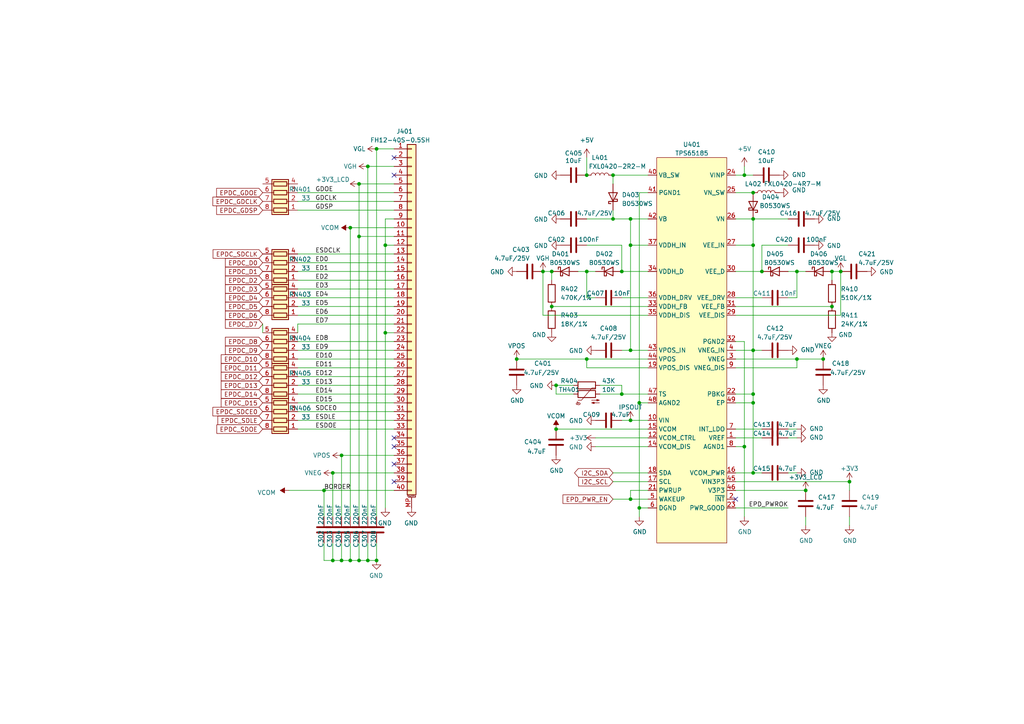
<source format=kicad_sch>
(kicad_sch (version 20211123) (generator eeschema)
  (paper "A4")
  (title_block (title "Caster EPDC") (date "2022-07-03") (rev "R0.4") (company "Copyright 2022 Modos / Engineer: Wenting Zhang"))
  (lib_symbols
    (symbol "Connector_Generic_MountingPin:Conn_01x40_MountingPin" (pin_names (offset 1.016) hide)
      (property "Reference" "J" (at 0 50.8 0))
      (property "Value" "Conn_01x40_MountingPin" (at 1.27 -53.34 0))
      (symbol "Conn_01x40_MountingPin_1_1"
        (text "Mounting" (at 0 -52.451 0) (effects (font (size 0.381 0.381))))
        (pin passive line (at -5.08 48.26 0) (length 3.81) (name "Pin_1") (number "1"))
        (pin passive line (at -5.08 25.4 0) (length 3.81) (name "Pin_10") (number "10"))
        (pin passive line (at -5.08 22.86 0) (length 3.81) (name "Pin_11") (number "11"))
        (pin passive line (at -5.08 20.32 0) (length 3.81) (name "Pin_12") (number "12"))
        (pin passive line (at -5.08 17.78 0) (length 3.81) (name "Pin_13") (number "13"))
        (pin passive line (at -5.08 15.24 0) (length 3.81) (name "Pin_14") (number "14"))
        (pin passive line (at -5.08 12.7 0) (length 3.81) (name "Pin_15") (number "15"))
        (pin passive line (at -5.08 10.16 0) (length 3.81) (name "Pin_16") (number "16"))
        (pin passive line (at -5.08 7.62 0) (length 3.81) (name "Pin_17") (number "17"))
        (pin passive line (at -5.08 5.08 0) (length 3.81) (name "Pin_18") (number "18"))
        (pin passive line (at -5.08 2.54 0) (length 3.81) (name "Pin_19") (number "19"))
        (pin passive line (at -5.08 45.72 0) (length 3.81) (name "Pin_2") (number "2"))
        (pin passive line (at -5.08 0 0) (length 3.81) (name "Pin_20") (number "20"))
        (pin passive line (at -5.08 -2.54 0) (length 3.81) (name "Pin_21") (number "21"))
        (pin passive line (at -5.08 -5.08 0) (length 3.81) (name "Pin_22") (number "22"))
        (pin passive line (at -5.08 -7.62 0) (length 3.81) (name "Pin_23") (number "23"))
        (pin passive line (at -5.08 -10.16 0) (length 3.81) (name "Pin_24") (number "24"))
        (pin passive line (at -5.08 -12.7 0) (length 3.81) (name "Pin_25") (number "25"))
        (pin passive line (at -5.08 -15.24 0) (length 3.81) (name "Pin_26") (number "26"))
        (pin passive line (at -5.08 -17.78 0) (length 3.81) (name "Pin_27") (number "27"))
        (pin passive line (at -5.08 -20.32 0) (length 3.81) (name "Pin_28") (number "28"))
        (pin passive line (at -5.08 -22.86 0) (length 3.81) (name "Pin_29") (number "29"))
        (pin passive line (at -5.08 43.18 0) (length 3.81) (name "Pin_3") (number "3"))
        (pin passive line (at -5.08 -25.4 0) (length 3.81) (name "Pin_30") (number "30"))
        (pin passive line (at -5.08 -27.94 0) (length 3.81) (name "Pin_31") (number "31"))
        (pin passive line (at -5.08 -30.48 0) (length 3.81) (name "Pin_32") (number "32"))
        (pin passive line (at -5.08 -33.02 0) (length 3.81) (name "Pin_33") (number "33"))
        (pin passive line (at -5.08 -35.56 0) (length 3.81) (name "Pin_34") (number "34"))
        (pin passive line (at -5.08 -38.1 0) (length 3.81) (name "Pin_35") (number "35"))
        (pin passive line (at -5.08 -40.64 0) (length 3.81) (name "Pin_36") (number "36"))
        (pin passive line (at -5.08 -43.18 0) (length 3.81) (name "Pin_37") (number "37"))
        (pin passive line (at -5.08 -45.72 0) (length 3.81) (name "Pin_38") (number "38"))
        (pin passive line (at -5.08 -48.26 0) (length 3.81) (name "Pin_39") (number "39"))
        (pin passive line (at -5.08 40.64 0) (length 3.81) (name "Pin_4") (number "4"))
        (pin passive line (at -5.08 -50.8 0) (length 3.81) (name "Pin_40") (number "40"))
        (pin passive line (at -5.08 38.1 0) (length 3.81) (name "Pin_5") (number "5"))
        (pin passive line (at -5.08 35.56 0) (length 3.81) (name "Pin_6") (number "6"))
        (pin passive line (at -5.08 33.02 0) (length 3.81) (name "Pin_7") (number "7"))
        (pin passive line (at -5.08 30.48 0) (length 3.81) (name "Pin_8") (number "8"))
        (pin passive line (at -5.08 27.94 0) (length 3.81) (name "Pin_9") (number "9"))
        (pin passive line (at 0 -55.88 90) (length 3.048) (name "MountPin") (number "MP"))
      )
    )
    (symbol "Device:C" (pin_numbers hide) (pin_names (offset 0.254))
      (property "Reference" "C" (at 0.635 2.54 0))
      (property "Value" "C" (at 0.635 -2.54 0))
      (symbol "C_1_1"
        (pin passive line (at 0 3.81 270) (length 2.794) (name "~") (number "1"))
        (pin passive line (at 0 -3.81 90) (length 2.794) (name "~") (number "2"))
      )
    )
    (symbol "Device:D_Schottky" (pin_numbers hide) (pin_names (offset 1.016) hide)
      (property "Reference" "D" (at 0 2.54 0))
      (property "Value" "D_Schottky" (at 0 -2.54 0))
      (symbol "D_Schottky_1_1"
        (pin passive line (at -3.81 0 0) (length 2.54) (name "K") (number "1"))
        (pin passive line (at 3.81 0 180) (length 2.54) (name "A") (number "2"))
      )
    )
    (symbol "Device:L" (pin_numbers hide) (pin_names (offset 1.016) hide)
      (property "Reference" "L" (at -1.27 0 90))
      (property "Value" "L" (at 1.905 0 90))
      (symbol "L_1_1"
        (pin passive line (at 0 3.81 270) (length 1.27) (name "1") (number "1"))
        (pin passive line (at 0 -3.81 90) (length 1.27) (name "2") (number "2"))
      )
    )
    (symbol "Device:R" (pin_numbers hide) (pin_names (offset 0))
      (property "Reference" "R" (at 2.032 0 90))
      (property "Value" "R" (at 0 0 90))
      (symbol "R_1_1"
        (pin passive line (at 0 3.81 270) (length 1.27) (name "~") (number "1"))
        (pin passive line (at 0 -3.81 90) (length 1.27) (name "~") (number "2"))
      )
    )
    (symbol "Device:R_Pack04" (pin_names (offset 0) hide)
      (property "Reference" "RN" (at -7.62 0 90))
      (property "Value" "R_Pack04" (at 5.08 0 90))
      (symbol "R_Pack04_1_1"
        (pin passive line (at -5.08 -5.08 90) (length 2.54) (name "R1.1") (number "1"))
        (pin passive line (at -2.54 -5.08 90) (length 2.54) (name "R2.1") (number "2"))
        (pin passive line (at 0 -5.08 90) (length 2.54) (name "R3.1") (number "3"))
        (pin passive line (at 2.54 -5.08 90) (length 2.54) (name "R4.1") (number "4"))
        (pin passive line (at 2.54 5.08 270) (length 2.54) (name "R4.2") (number "5"))
        (pin passive line (at 0 5.08 270) (length 2.54) (name "R3.2") (number "6"))
        (pin passive line (at -2.54 5.08 270) (length 2.54) (name "R2.2") (number "7"))
        (pin passive line (at -5.08 5.08 270) (length 2.54) (name "R1.2") (number "8"))
      )
    )
    (symbol "Device:Thermistor_NTC" (pin_numbers hide) (pin_names (offset 0))
      (property "Reference" "TH" (at -4.445 0 90))
      (property "Value" "Thermistor_NTC" (at 3.175 0 90))
      (symbol "Thermistor_NTC_1_1"
        (pin passive line (at 0 3.81 270) (length 1.27) (name "~") (number "1"))
        (pin passive line (at 0 -3.81 90) (length 1.27) (name "~") (number "2"))
      )
    )
    (symbol "power:+3V3" (power) (pin_names (offset 0))
      (property "Value" "+3V3" (at 0 3.556 0))
      (symbol "+3V3_1_1"
        (pin power_in line (at 0 0 90) (length 0) hide (name "+3V3") (number "1"))
      )
    )
    (symbol "power:+5V" (power) (pin_names (offset 0))
      (property "Value" "+5V" (at 0 3.556 0))
      (symbol "+5V_1_1"
        (pin power_in line (at 0 0 90) (length 0) hide (name "+5V") (number "1"))
      )
    )
    (symbol "power:GND" (power) (pin_names (offset 0))
      (property "Value" "GND" (at 0 -3.81 0))
      (symbol "GND_1_1"
        (pin power_in line (at 0 0 270) (length 0) hide (name "GND") (number "1"))
      )
    )
    (symbol "power:VCOM" (power) (pin_names (offset 0))
      (property "Value" "VCOM" (at 0 3.81 0))
      (symbol "VCOM_1_1"
        (pin power_in line (at 0 0 90) (length 0) hide (name "VCOM") (number "1"))
      )
    )
    (symbol "symbols:+3V3_LCD" (power) (pin_names (offset 0))
      (property "Value" "+3V3_LCD" (at 0 3.556 0))
      (symbol "+3V3_LCD_1_1"
        (pin power_in line (at 0 0 90) (length 0) hide (name "+3V3_LCD") (number "1"))
      )
    )
    (symbol "symbols:IPSOUT" (power) (pin_names (offset 0))
      (property "Value" "IPSOUT" (at 0 3.556 0))
      (symbol "IPSOUT_1_1"
        (pin power_in line (at 0 0 90) (length 0) hide (name "IPSOUT") (number "1"))
      )
    )
    (symbol "symbols:TPS65185"
      (property "Reference" "U" (at 0 0 0))
      (property "Value" "TPS65185" (at 0 -2.54 0))
      (symbol "TPS65185_1_1"
        (pin input line (at 12.7 -86.36 180) (length 2.54) (name "VREF") (number "1"))
        (pin input line (at -12.7 -81.28 0) (length 2.54) (name "VIN") (number "10"))
        (pin input line (at -12.7 -109.22 0) (length 2.54) hide (name "NC") (number "11"))
        (pin input line (at -12.7 -86.36 0) (length 2.54) (name "VCOM_CTRL") (number "12"))
        (pin input line (at -12.7 -111.76 0) (length 2.54) hide (name "NC") (number "13"))
        (pin input line (at -12.7 -88.9 0) (length 2.54) (name "VCOM_DIS") (number "14"))
        (pin input line (at -12.7 -83.82 0) (length 2.54) (name "VCOM") (number "15"))
        (pin input line (at 12.7 -96.52 180) (length 2.54) (name "VCOM_PWR") (number "16"))
        (pin input line (at -12.7 -99.06 0) (length 2.54) (name "SCL") (number "17"))
        (pin input line (at -12.7 -96.52 0) (length 2.54) (name "SDA") (number "18"))
        (pin input line (at -12.7 -66.04 0) (length 2.54) (name "VPOS_DIS") (number "19"))
        (pin input line (at 12.7 -104.14 180) (length 2.54) (name "~{INT}") (number "2"))
        (pin input line (at -12.7 -114.3 0) (length 2.54) hide (name "NC") (number "20"))
        (pin input line (at -12.7 -101.6 0) (length 2.54) (name "PWRUP") (number "21"))
        (pin input line (at 12.7 -73.66 180) (length 2.54) (name "PBKG") (number "22"))
        (pin input line (at 12.7 -106.68 180) (length 2.54) (name "PWR_GOOD") (number "23"))
        (pin input line (at 12.7 -10.16 180) (length 2.54) (name "VINP") (number "24"))
        (pin input line (at 12.7 -15.24 180) (length 2.54) (name "VN_SW") (number "25"))
        (pin input line (at 12.7 -22.86 180) (length 2.54) (name "VN") (number "26"))
        (pin input line (at 12.7 -30.48 180) (length 2.54) (name "VEE_IN") (number "27"))
        (pin input line (at 12.7 -45.72 180) (length 2.54) (name "VEE_DRV") (number "28"))
        (pin input line (at 12.7 -50.8 180) (length 2.54) (name "VEE_DIS") (number "29"))
        (pin input line (at 12.7 -63.5 180) (length 2.54) (name "VNEG") (number "3"))
        (pin input line (at 12.7 -38.1 180) (length 2.54) (name "VEE_D") (number "30"))
        (pin input line (at 12.7 -48.26 180) (length 2.54) (name "VEE_FB") (number "31"))
        (pin input line (at 12.7 -58.42 180) (length 2.54) (name "PGND2") (number "32"))
        (pin input line (at -12.7 -48.26 0) (length 2.54) (name "VDDH_FB") (number "33"))
        (pin input line (at -12.7 -38.1 0) (length 2.54) (name "VDDH_D") (number "34"))
        (pin input line (at -12.7 -50.8 0) (length 2.54) (name "VDDH_DIS") (number "35"))
        (pin input line (at -12.7 -45.72 0) (length 2.54) (name "VDDH_DRV") (number "36"))
        (pin input line (at -12.7 -30.48 0) (length 2.54) (name "VDDH_IN") (number "37"))
        (pin input line (at 12.7 -114.3 180) (length 2.54) hide (name "NC") (number "38"))
        (pin input line (at 12.7 -111.76 180) (length 2.54) hide (name "NC") (number "39"))
        (pin input line (at 12.7 -60.96 180) (length 2.54) (name "VNEG_IN") (number "4"))
        (pin input line (at -12.7 -10.16 0) (length 2.54) (name "VB_SW") (number "40"))
        (pin input line (at -12.7 -15.24 0) (length 2.54) (name "PGND1") (number "41"))
        (pin input line (at -12.7 -22.86 0) (length 2.54) (name "VB") (number "42"))
        (pin input line (at -12.7 -60.96 0) (length 2.54) (name "VPOS_IN") (number "43"))
        (pin input line (at -12.7 -63.5 0) (length 2.54) (name "VPOS") (number "44"))
        (pin input line (at 12.7 -99.06 180) (length 2.54) (name "VIN3P3") (number "45"))
        (pin input line (at 12.7 -101.6 180) (length 2.54) (name "V3P3") (number "46"))
        (pin input line (at -12.7 -73.66 0) (length 2.54) (name "TS") (number "47"))
        (pin input line (at -12.7 -76.2 0) (length 2.54) (name "AGND2") (number "48"))
        (pin input line (at 12.7 -76.2 180) (length 2.54) (name "EP") (number "49"))
        (pin input line (at -12.7 -104.14 0) (length 2.54) (name "WAKEUP") (number "5"))
        (pin input line (at -12.7 -106.68 0) (length 2.54) (name "DGND") (number "6"))
        (pin input line (at 12.7 -83.82 180) (length 2.54) (name "INT_LDO") (number "7"))
        (pin input line (at 12.7 -88.9 180) (length 2.54) (name "AGND1") (number "8"))
        (pin input line (at 12.7 -66.04 180) (length 2.54) (name "VNEG_DIS") (number "9"))
      )
    )
    (symbol "symbols:VGH" (power) (pin_names (offset 0))
      (property "Value" "VGH" (at 0 3.556 0))
      (symbol "VGH_1_1"
        (pin power_in line (at 0 0 90) (length 0) hide (name "VGH") (number "1"))
      )
    )
    (symbol "symbols:VGL" (power) (pin_names (offset 0))
      (property "Value" "VGL" (at 0 3.556 0))
      (symbol "VGL_1_1"
        (pin power_in line (at 0 0 90) (length 0) hide (name "VGL") (number "1"))
      )
    )
    (symbol "symbols:VNEG" (power) (pin_names (offset 0))
      (property "Value" "VNEG" (at 0 3.556 0))
      (symbol "VNEG_1_1"
        (pin power_in line (at 0 0 90) (length 0) hide (name "VNEG") (number "1"))
      )
    )
    (symbol "symbols:VPOS" (power) (pin_names (offset 0))
      (property "Value" "VPOS" (at 0 3.556 0))
      (symbol "VPOS_1_1"
        (pin power_in line (at 0 0 90) (length 0) hide (name "VPOS") (number "1"))
      )
    )
  )
  (junction (at 215.9 129.54))
  (junction (at 99.06 132.08) (diameter 0.9144))
  (junction (at 215.9 50.8) (diameter 0.9144))
  (junction (at 182.88 101.6))
  (junction (at 104.14 53.34) (diameter 0.9144))
  (junction (at 177.8 63.5))
  (junction (at 180.34 114.3))
  (junction (at 220.98 78.74) (diameter 0.9144))
  (junction (at 104.14 162.56) (diameter 0.9144))
  (junction (at 101.6 66.04))
  (junction (at 109.22 162.56) (diameter 0.9144))
  (junction (at 177.8 50.8))
  (junction (at 182.88 63.5) (diameter 0.9144))
  (junction (at 238.76 104.14) (diameter 0.9144))
  (junction (at 231.14 104.14) (diameter 0.9144))
  (junction (at 111.76 71.12) (diameter 0.9144))
  (junction (at 160.02 88.9) (diameter 0.9144))
  (junction (at 218.44 114.3))
  (junction (at 180.34 78.74) (diameter 0.9144))
  (junction (at 93.98 142.24) (diameter 0.9144))
  (junction (at 241.3 78.74))
  (junction (at 101.6 162.56) (diameter 0.9144))
  (junction (at 182.88 71.12))
  (junction (at 231.14 78.74))
  (junction (at 218.44 55.88) (diameter 0.9144))
  (junction (at 109.22 43.18) (diameter 0.9144))
  (junction (at 233.68 142.24) (diameter 0.9144))
  (junction (at 246.38 139.7) (diameter 0.9144))
  (junction (at 106.68 162.56) (diameter 0.9144))
  (junction (at 218.44 101.6))
  (junction (at 106.68 48.26) (diameter 0.9144))
  (junction (at 170.18 50.8) (diameter 0.9144))
  (junction (at 170.18 104.14))
  (junction (at 218.44 116.84))
  (junction (at 182.88 121.92) (diameter 0.9144))
  (junction (at 185.42 116.84))
  (junction (at 241.3 88.9) (diameter 0.9144))
  (junction (at 182.88 144.78))
  (junction (at 161.29 124.46) (diameter 0.9144))
  (junction (at 149.86 104.14))
  (junction (at 243.84 78.74) (diameter 0.9144))
  (junction (at 157.48 78.74) (diameter 0.9144))
  (junction (at 96.52 137.16) (diameter 0.9144))
  (junction (at 160.02 78.74))
  (junction (at 185.42 147.32) (diameter 0.9144))
  (junction (at 111.76 96.52) (diameter 0.9144))
  (junction (at 218.44 63.5) (diameter 0.9144))
  (junction (at 99.06 162.56) (diameter 0.9144))
  (junction (at 170.18 78.74) (diameter 0.9144))
  (junction (at 161.29 111.76) (diameter 0.9144))
  (junction (at 218.44 137.16) (diameter 0.9144))
  (junction (at 96.52 162.56) (diameter 0.9144))
  (junction (at 218.44 71.12))
  (junction (at 104.14 68.58) (diameter 0.9144))
  (no_connect (at 114.3 139.7))
  (no_connect (at 114.3 127))
  (no_connect (at 213.36 144.78))
  (no_connect (at 114.3 129.54))
  (no_connect (at 114.3 134.62))
  (no_connect (at 114.3 45.72))
  (no_connect (at 114.3 50.8))
  (wire (pts (xy 213.36 127) (xy 220.98 127)))
  (wire (pts (xy 86.36 78.74) (xy 114.3 78.74)))
  (wire (pts (xy 86.36 93.98) (xy 114.3 93.98)))
  (wire (pts (xy 106.68 48.26) (xy 114.3 48.26)))
  (wire (pts (xy 185.42 147.32) (xy 187.96 147.32)))
  (wire (pts (xy 213.36 50.8) (xy 215.9 50.8)))
  (wire (pts (xy 104.14 68.58) (xy 104.14 149.86)))
  (wire (pts (xy 182.88 71.12) (xy 187.96 71.12)))
  (wire (pts (xy 218.44 116.84) (xy 218.44 137.16)))
  (wire (pts (xy 86.36 55.88) (xy 114.3 55.88)))
  (wire (pts (xy 101.6 66.04) (xy 114.3 66.04)))
  (wire (pts (xy 213.36 91.44) (xy 243.84 91.44)))
  (wire (pts (xy 228.6 127) (xy 231.14 127)))
  (wire (pts (xy 86.36 73.66) (xy 114.3 73.66)))
  (wire (pts (xy 215.9 50.8) (xy 218.44 50.8)))
  (wire (pts (xy 246.38 139.7) (xy 246.38 142.24)))
  (wire (pts (xy 218.44 137.16) (xy 220.98 137.16)))
  (wire (pts (xy 86.36 83.82) (xy 114.3 83.82)))
  (wire (pts (xy 177.8 137.16) (xy 187.96 137.16)))
  (wire (pts (xy 86.36 109.22) (xy 114.3 109.22)))
  (wire (pts (xy 76.2 93.98) (xy 76.2 96.52)))
  (wire (pts (xy 111.76 63.5) (xy 111.76 71.12)))
  (wire (pts (xy 170.18 71.12) (xy 180.34 71.12)))
  (wire (pts (xy 246.38 149.86) (xy 246.38 152.4)))
  (wire (pts (xy 182.88 71.12) (xy 182.88 101.6)))
  (wire (pts (xy 213.36 106.68) (xy 231.14 106.68)))
  (wire (pts (xy 228.6 137.16) (xy 231.14 137.16)))
  (wire (pts (xy 160.02 78.74) (xy 160.02 81.28)))
  (wire (pts (xy 86.36 99.06) (xy 114.3 99.06)))
  (wire (pts (xy 172.72 86.36) (xy 170.18 86.36)))
  (wire (pts (xy 241.3 78.74) (xy 243.84 78.74)))
  (wire (pts (xy 241.3 78.74) (xy 241.3 81.28)))
  (wire (pts (xy 182.88 63.5) (xy 182.88 71.12)))
  (wire (pts (xy 173.99 114.3) (xy 180.34 114.3)))
  (wire (pts (xy 218.44 101.6) (xy 218.44 114.3)))
  (wire (pts (xy 86.36 116.84) (xy 114.3 116.84)))
  (wire (pts (xy 93.98 157.48) (xy 93.98 162.56)))
  (wire (pts (xy 111.76 71.12) (xy 111.76 96.52)))
  (wire (pts (xy 166.37 114.3) (xy 161.29 114.3)))
  (wire (pts (xy 177.8 50.8) (xy 177.8 53.34)))
  (wire (pts (xy 93.98 142.24) (xy 93.98 149.86)))
  (wire (pts (xy 182.88 101.6) (xy 187.96 101.6)))
  (wire (pts (xy 185.42 55.88) (xy 187.96 55.88)))
  (wire (pts (xy 177.8 139.7) (xy 187.96 139.7)))
  (wire (pts (xy 86.36 119.38) (xy 114.3 119.38)))
  (wire (pts (xy 161.29 124.46) (xy 187.96 124.46)))
  (wire (pts (xy 180.34 121.92) (xy 182.88 121.92)))
  (wire (pts (xy 86.36 91.44) (xy 114.3 91.44)))
  (wire (pts (xy 86.36 104.14) (xy 114.3 104.14)))
  (wire (pts (xy 231.14 78.74) (xy 233.68 78.74)))
  (wire (pts (xy 170.18 106.68) (xy 170.18 104.14)))
  (wire (pts (xy 228.6 124.46) (xy 231.14 124.46)))
  (wire (pts (xy 177.8 50.8) (xy 187.96 50.8)))
  (wire (pts (xy 104.14 53.34) (xy 114.3 53.34)))
  (wire (pts (xy 213.36 86.36) (xy 220.98 86.36)))
  (wire (pts (xy 215.9 129.54) (xy 215.9 149.86)))
  (wire (pts (xy 182.88 63.5) (xy 187.96 63.5)))
  (wire (pts (xy 215.9 129.54) (xy 213.36 129.54)))
  (wire (pts (xy 182.88 142.24) (xy 182.88 144.78)))
  (wire (pts (xy 83.82 142.24) (xy 93.98 142.24)))
  (wire (pts (xy 86.36 60.96) (xy 114.3 60.96)))
  (wire (pts (xy 233.68 149.86) (xy 233.68 152.4)))
  (wire (pts (xy 101.6 157.48) (xy 101.6 162.56)))
  (wire (pts (xy 106.68 162.56) (xy 109.22 162.56)))
  (wire (pts (xy 170.18 104.14) (xy 187.96 104.14)))
  (wire (pts (xy 86.36 124.46) (xy 114.3 124.46)))
  (wire (pts (xy 101.6 66.04) (xy 101.6 149.86)))
  (wire (pts (xy 213.36 55.88) (xy 218.44 55.88)))
  (wire (pts (xy 86.36 106.68) (xy 114.3 106.68)))
  (wire (pts (xy 220.98 71.12) (xy 220.98 78.74)))
  (wire (pts (xy 213.36 114.3) (xy 218.44 114.3)))
  (wire (pts (xy 187.96 127) (xy 172.72 127)))
  (wire (pts (xy 220.98 71.12) (xy 228.6 71.12)))
  (wire (pts (xy 99.06 132.08) (xy 99.06 149.86)))
  (wire (pts (xy 111.76 96.52) (xy 114.3 96.52)))
  (wire (pts (xy 180.34 114.3) (xy 180.34 111.76)))
  (wire (pts (xy 170.18 78.74) (xy 172.72 78.74)))
  (wire (pts (xy 111.76 96.52) (xy 111.76 147.32)))
  (wire (pts (xy 218.44 63.5) (xy 228.6 63.5)))
  (wire (pts (xy 215.9 99.06) (xy 215.9 129.54)))
  (wire (pts (xy 218.44 71.12) (xy 218.44 101.6)))
  (wire (pts (xy 109.22 43.18) (xy 109.22 149.86)))
  (wire (pts (xy 213.36 71.12) (xy 218.44 71.12)))
  (wire (pts (xy 213.36 142.24) (xy 233.68 142.24)))
  (wire (pts (xy 170.18 106.68) (xy 187.96 106.68)))
  (wire (pts (xy 185.42 55.88) (xy 185.42 116.84)))
  (wire (pts (xy 180.34 78.74) (xy 187.96 78.74)))
  (wire (pts (xy 86.36 101.6) (xy 114.3 101.6)))
  (wire (pts (xy 170.18 78.74) (xy 170.18 86.36)))
  (wire (pts (xy 109.22 157.48) (xy 109.22 162.56)))
  (wire (pts (xy 215.9 48.26) (xy 215.9 50.8)))
  (wire (pts (xy 243.84 78.74) (xy 243.84 91.44)))
  (wire (pts (xy 167.64 78.74) (xy 170.18 78.74)))
  (wire (pts (xy 180.34 101.6) (xy 182.88 101.6)))
  (wire (pts (xy 149.86 104.14) (xy 170.18 104.14)))
  (wire (pts (xy 180.34 71.12) (xy 180.34 78.74)))
  (wire (pts (xy 157.48 91.44) (xy 187.96 91.44)))
  (wire (pts (xy 99.06 162.56) (xy 101.6 162.56)))
  (wire (pts (xy 86.36 111.76) (xy 114.3 111.76)))
  (wire (pts (xy 185.42 147.32) (xy 185.42 149.86)))
  (wire (pts (xy 228.6 86.36) (xy 231.14 86.36)))
  (wire (pts (xy 109.22 43.18) (xy 114.3 43.18)))
  (wire (pts (xy 231.14 104.14) (xy 238.76 104.14)))
  (wire (pts (xy 104.14 68.58) (xy 114.3 68.58)))
  (wire (pts (xy 157.48 78.74) (xy 160.02 78.74)))
  (wire (pts (xy 213.36 137.16) (xy 218.44 137.16)))
  (wire (pts (xy 185.42 116.84) (xy 185.42 147.32)))
  (wire (pts (xy 213.36 101.6) (xy 218.44 101.6)))
  (wire (pts (xy 161.29 114.3) (xy 161.29 111.76)))
  (wire (pts (xy 213.36 124.46) (xy 220.98 124.46)))
  (wire (pts (xy 182.88 121.92) (xy 187.96 121.92)))
  (wire (pts (xy 96.52 157.48) (xy 96.52 162.56)))
  (wire (pts (xy 218.44 63.5) (xy 218.44 71.12)))
  (wire (pts (xy 86.36 114.3) (xy 114.3 114.3)))
  (wire (pts (xy 161.29 111.76) (xy 166.37 111.76)))
  (wire (pts (xy 182.88 144.78) (xy 187.96 144.78)))
  (wire (pts (xy 111.76 71.12) (xy 114.3 71.12)))
  (wire (pts (xy 106.68 48.26) (xy 106.68 149.86)))
  (wire (pts (xy 170.18 45.72) (xy 170.18 50.8)))
  (wire (pts (xy 180.34 114.3) (xy 187.96 114.3)))
  (wire (pts (xy 231.14 106.68) (xy 231.14 104.14)))
  (wire (pts (xy 218.44 101.6) (xy 220.98 101.6)))
  (wire (pts (xy 213.36 99.06) (xy 215.9 99.06)))
  (wire (pts (xy 213.36 139.7) (xy 246.38 139.7)))
  (wire (pts (xy 106.68 157.48) (xy 106.68 162.56)))
  (wire (pts (xy 99.06 157.48) (xy 99.06 162.56)))
  (wire (pts (xy 177.8 60.96) (xy 177.8 63.5)))
  (wire (pts (xy 213.36 104.14) (xy 231.14 104.14)))
  (wire (pts (xy 213.36 88.9) (xy 241.3 88.9)))
  (wire (pts (xy 96.52 162.56) (xy 99.06 162.56)))
  (wire (pts (xy 187.96 142.24) (xy 182.88 142.24)))
  (wire (pts (xy 185.42 116.84) (xy 187.96 116.84)))
  (wire (pts (xy 218.44 114.3) (xy 218.44 116.84)))
  (wire (pts (xy 96.52 137.16) (xy 114.3 137.16)))
  (wire (pts (xy 231.14 78.74) (xy 231.14 86.36)))
  (wire (pts (xy 86.36 76.2) (xy 114.3 76.2)))
  (wire (pts (xy 93.98 162.56) (xy 96.52 162.56)))
  (wire (pts (xy 172.72 129.54) (xy 187.96 129.54)))
  (wire (pts (xy 160.02 88.9) (xy 187.96 88.9)))
  (wire (pts (xy 157.48 78.74) (xy 157.48 91.44)))
  (wire (pts (xy 86.36 121.92) (xy 114.3 121.92)))
  (wire (pts (xy 86.36 86.36) (xy 114.3 86.36)))
  (wire (pts (xy 86.36 93.98) (xy 86.36 96.52)))
  (wire (pts (xy 104.14 53.34) (xy 104.14 68.58)))
  (wire (pts (xy 86.36 81.28) (xy 114.3 81.28)))
  (wire (pts (xy 99.06 132.08) (xy 114.3 132.08)))
  (wire (pts (xy 96.52 137.16) (xy 96.52 149.86)))
  (wire (pts (xy 86.36 58.42) (xy 114.3 58.42)))
  (wire (pts (xy 101.6 162.56) (xy 104.14 162.56)))
  (wire (pts (xy 104.14 157.48) (xy 104.14 162.56)))
  (wire (pts (xy 93.98 142.24) (xy 114.3 142.24)))
  (wire (pts (xy 104.14 162.56) (xy 106.68 162.56)))
  (wire (pts (xy 177.8 63.5) (xy 182.88 63.5)))
  (wire (pts (xy 114.3 63.5) (xy 111.76 63.5)))
  (wire (pts (xy 86.36 88.9) (xy 114.3 88.9)))
  (wire (pts (xy 170.18 63.5) (xy 177.8 63.5)))
  (wire (pts (xy 173.99 111.76) (xy 180.34 111.76)))
  (wire (pts (xy 213.36 147.32) (xy 228.6 147.32)))
  (wire (pts (xy 180.34 86.36) (xy 187.96 86.36)))
  (wire (pts (xy 213.36 78.74) (xy 220.98 78.74)))
  (wire (pts (xy 177.8 144.78) (xy 182.88 144.78)))
  (wire (pts (xy 228.6 78.74) (xy 231.14 78.74)))
  (wire (pts (xy 213.36 63.5) (xy 218.44 63.5)))
  (wire (pts (xy 213.36 116.84) (xy 218.44 116.84)))
  (label "GDOE" (at 91.44 55.88 0))
  (label "ED15" (at 91.44 116.84 0))
  (label "ED14" (at 91.44 114.3 0))
  (label "ED13" (at 91.44 111.76 0))
  (label "ESDCLK" (at 91.44 73.66 0))
  (label "GDCLK" (at 91.44 58.42 0))
  (label "ESDLE" (at 91.44 121.92 0))
  (label "ED1" (at 91.44 78.74 0))
  (label "ED9" (at 91.44 101.6 0))
  (label "ED10" (at 91.44 104.14 0))
  (label "ED11" (at 91.44 106.68 0))
  (label "EPD_PWROK" (at 228.6 147.32 180))
  (label "ESDOE" (at 91.44 124.46 0))
  (label "ED7" (at 91.44 93.98 0))
  (label "ED6" (at 91.44 91.44 0))
  (label "ED2" (at 91.44 81.28 0))
  (label "GDSP" (at 91.44 60.96 0))
  (label "BORDER" (at 93.98 142.24 0))
  (label "ED5" (at 91.44 88.9 0))
  (label "ED12" (at 91.44 109.22 0))
  (label "ED4" (at 91.44 86.36 0))
  (label "ED3" (at 91.44 83.82 0))
  (label "ED8" (at 91.44 99.06 0))
  (label "SDCE0" (at 91.44 119.38 0))
  (label "ED0" (at 91.44 76.2 0))
  (global_label "I2C_SDA" (shape bidirectional) (at 177.8 137.16 180) (property "Intersheet References" "${INTERSHEET_REFS}" (effects hide)))
  (global_label "EPDC_D2" (shape input) (at 76.2 81.28 180) (property "Intersheet References" "${INTERSHEET_REFS}" (effects hide)))
  (global_label "EPDC_D9" (shape input) (at 76.2 101.6 180) (property "Intersheet References" "${INTERSHEET_REFS}" (effects hide)))
  (global_label "EPDC_GDSP" (shape input) (at 76.2 60.96 180) (property "Intersheet References" "${INTERSHEET_REFS}" (effects hide)))
  (global_label "I2C_SCL" (shape input) (at 177.8 139.7 180) (property "Intersheet References" "${INTERSHEET_REFS}" (effects hide)))
  (global_label "EPDC_D4" (shape input) (at 76.2 86.36 180) (property "Intersheet References" "${INTERSHEET_REFS}" (effects hide)))
  (global_label "EPDC_D11" (shape input) (at 76.2 106.68 180) (property "Intersheet References" "${INTERSHEET_REFS}" (effects hide)))
  (global_label "EPDC_D15" (shape input) (at 76.2 116.84 180) (property "Intersheet References" "${INTERSHEET_REFS}" (effects hide)))
  (global_label "EPDC_SDCLK" (shape input) (at 76.2 73.66 180) (property "Intersheet References" "${INTERSHEET_REFS}" (effects hide)))
  (global_label "EPDC_GDOE" (shape input) (at 76.2 55.88 180) (property "Intersheet References" "${INTERSHEET_REFS}" (effects hide)))
  (global_label "EPDC_D8" (shape input) (at 76.2 99.06 180) (property "Intersheet References" "${INTERSHEET_REFS}" (effects hide)))
  (global_label "EPDC_GDCLK" (shape input) (at 76.2 58.42 180) (property "Intersheet References" "${INTERSHEET_REFS}" (effects hide)))
  (global_label "EPDC_D7" (shape input) (at 76.2 93.98 180) (property "Intersheet References" "${INTERSHEET_REFS}" (effects hide)))
  (global_label "EPDC_SDOE" (shape input) (at 76.2 124.46 180) (property "Intersheet References" "${INTERSHEET_REFS}" (effects hide)))
  (global_label "EPD_PWR_EN" (shape input) (at 177.8 144.78 180) (property "Intersheet References" "${INTERSHEET_REFS}" (effects hide)))
  (global_label "EPDC_D12" (shape input) (at 76.2 109.22 180) (property "Intersheet References" "${INTERSHEET_REFS}" (effects hide)))
  (global_label "EPDC_D13" (shape input) (at 76.2 111.76 180) (property "Intersheet References" "${INTERSHEET_REFS}" (effects hide)))
  (global_label "EPDC_D6" (shape input) (at 76.2 91.44 180) (property "Intersheet References" "${INTERSHEET_REFS}" (effects hide)))
  (global_label "EPDC_D14" (shape input) (at 76.2 114.3 180) (property "Intersheet References" "${INTERSHEET_REFS}" (effects hide)))
  (global_label "EPDC_SDLE" (shape input) (at 76.2 121.92 180) (property "Intersheet References" "${INTERSHEET_REFS}" (effects hide)))
  (global_label "EPDC_D5" (shape input) (at 76.2 88.9 180) (property "Intersheet References" "${INTERSHEET_REFS}" (effects hide)))
  (global_label "EPDC_D0" (shape input) (at 76.2 76.2 180) (property "Intersheet References" "${INTERSHEET_REFS}" (effects hide)))
  (global_label "EPDC_D10" (shape input) (at 76.2 104.14 180) (property "Intersheet References" "${INTERSHEET_REFS}" (effects hide)))
  (global_label "EPDC_SDCE0" (shape input) (at 76.2 119.38 180) (property "Intersheet References" "${INTERSHEET_REFS}" (effects hide)))
  (global_label "EPDC_D3" (shape input) (at 76.2 83.82 180) (property "Intersheet References" "${INTERSHEET_REFS}" (effects hide)))
  (global_label "EPDC_D1" (shape input) (at 76.2 78.74 180) (property "Intersheet References" "${INTERSHEET_REFS}" (effects hide)))
  (symbol (lib_id "power:GND") (at 185.42 149.86 0) (unit 1)
    (property "Reference" "#PWR0428" (effects hide))
    (property "Value" "GND" (at 185.547 154.2542 0))
  )
  (symbol (lib_id "symbols:VNEG") (at 96.52 137.16 90) (unit 1)
    (property "Reference" "#PWR0402" (effects hide))
    (property "Value" "VNEG" (at 90.805 137.16 90))
  )
  (symbol (lib_id "power:GND") (at 233.68 152.4 0) (unit 1)
    (property "Reference" "#PWR0438" (effects hide))
    (property "Value" "GND" (at 233.807 156.7942 0))
  )
  (symbol (lib_id "Device:C") (at 224.79 101.6 90) (unit 1)
    (property "Reference" "C412" (at 227.33 95.25 90) (effects (justify left)))
    (property "Value" "4.7uF/25V" (at 229.87 97.79 90) (effects (justify left)))
    (property "Footprint" "Capacitor_SMD:C_0805_2012Metric" (effects hide))
  )
  (symbol (lib_id "Device:C") (at 153.67 78.74 90) (unit 1)
    (property "Reference" "C403" (at 153.67 72.39 90) (effects (justify left)))
    (property "Value" "4.7uF/25V" (at 153.67 74.93 90) (effects (justify left)))
    (property "Footprint" "Capacitor_SMD:C_0805_2012Metric" (effects hide))
  )
  (symbol (lib_id "symbols:VGL") (at 243.84 78.74 0) (unit 1)
    (property "Reference" "#PWR0443" (effects hide))
    (property "Value" "VGL" (at 243.84 74.93 0))
  )
  (symbol (lib_id "Device:D_Schottky") (at 218.44 59.69 270) (mirror x) (unit 1)
    (property "Reference" "D404" (at 223.52 57.15 90))
    (property "Value" "B0530WS" (at 224.79 59.69 90))
    (property "Footprint" "Diode_SMD:D_SOD-323" (effects hide))
  )
  (symbol (lib_id "Device:R_Pack04") (at 81.28 99.06 90) (unit 1)
    (property "Reference" "RN404" (at 90.2716 98.0948 90) (effects (justify left)))
    (property "Value" "33" (at 90.043 100.6348 90) (effects (justify left)))
    (property "Footprint" "Resistor_SMD:R_Array_Convex_4x0402" (effects hide))
  )
  (symbol (lib_id "power:GND") (at 172.72 129.54 270) (unit 1)
    (property "Reference" "#PWR0426" (effects hide))
    (property "Value" "GND" (at 167.0558 129.667 90))
  )
  (symbol (lib_id "power:GND") (at 215.9 149.86 0) (unit 1)
    (property "Reference" "#PWR0430" (effects hide))
    (property "Value" "GND" (at 216.027 154.2542 0))
  )
  (symbol (lib_id "Device:D_Schottky") (at 176.53 78.74 0) (unit 1)
    (property "Reference" "D402" (at 175.26 73.66 0))
    (property "Value" "B0530WS" (at 175.26 76.2 0))
    (property "Footprint" "Diode_SMD:D_SOD-323" (effects hide))
  )
  (symbol (lib_id "Device:R") (at 160.02 85.09 0) (unit 1)
    (property "Reference" "R402" (at 162.56 83.8199 0) (effects (justify left)))
    (property "Value" "470K/1%" (at 162.56 86.3599 0) (effects (justify left)))
    (property "Footprint" "Resistor_SMD:R_0402_1005Metric" (effects hide))
  )
  (symbol (lib_id "Device:C") (at 109.22 153.67 0) (unit 1)
    (property "Reference" "C308" (at 108.331 158.8516 90) (effects (justify left)))
    (property "Value" "220nF" (at 108.331 152.273 90) (effects (justify left)))
    (property "Footprint" "Capacitor_SMD:C_0402_1005Metric" (effects hide))
    (property "LCSC" "C880414" (effects hide))
    (property "Ref.Price" "0.0036" (effects hide))
  )
  (symbol (lib_id "Device:C") (at 99.06 153.67 0) (unit 1)
    (property "Reference" "C304" (at 98.171 158.8516 90) (effects (justify left)))
    (property "Value" "220nF" (at 98.171 152.273 90) (effects (justify left)))
    (property "Footprint" "Capacitor_SMD:C_0402_1005Metric" (effects hide))
    (property "LCSC" "C880414" (effects hide))
    (property "Ref.Price" "0.0036" (effects hide))
  )
  (symbol (lib_id "Device:C") (at 176.53 121.92 90) (unit 1)
    (property "Reference" "C409" (at 174.0916 120.269 90) (effects (justify left)))
    (property "Value" "4.7uF" (at 182.753 120.269 90) (effects (justify left)))
    (property "Footprint" "Capacitor_SMD:C_0603_1608Metric" (effects hide))
  )
  (symbol (lib_id "power:GND") (at 161.29 132.08 0) (unit 1)
    (property "Reference" "#PWR0419" (effects hide))
    (property "Value" "GND" (at 161.417 136.4742 0))
  )
  (symbol (lib_id "power:GND") (at 246.38 152.4 0) (unit 1)
    (property "Reference" "#PWR0445" (effects hide))
    (property "Value" "GND" (at 246.507 156.7942 0))
  )
  (symbol (lib_id "Device:C") (at 101.6 153.67 0) (unit 1)
    (property "Reference" "C305" (at 100.711 158.8516 90) (effects (justify left)))
    (property "Value" "220nF" (at 100.711 152.273 90) (effects (justify left)))
    (property "Footprint" "Capacitor_SMD:C_0402_1005Metric" (effects hide))
    (property "LCSC" "C880414" (effects hide))
    (property "Ref.Price" "0.0036" (effects hide))
  )
  (symbol (lib_id "Device:C") (at 149.86 107.95 180) (unit 1)
    (property "Reference" "C401" (at 160.02 105.41 0) (effects (justify left)))
    (property "Value" "4.7uF/25V" (at 162.179 108.077 0) (effects (justify left)))
    (property "Footprint" "Capacitor_SMD:C_0805_2012Metric" (effects hide))
  )
  (symbol (lib_id "Device:C") (at 238.76 107.95 180) (unit 1)
    (property "Reference" "C418" (at 246.38 105.41 0) (effects (justify left)))
    (property "Value" "4.7uF/25V" (at 251.079 108.077 0) (effects (justify left)))
    (property "Footprint" "Capacitor_SMD:C_0805_2012Metric" (effects hide))
  )
  (symbol (lib_id "power:GND") (at 111.76 147.32 0) (mirror y) (unit 1)
    (property "Reference" "#PWR0408" (effects hide))
    (property "Value" "GND" (at 111.633 151.7142 0))
  )
  (symbol (lib_id "Device:D_Schottky") (at 177.8 57.15 90) (unit 1)
    (property "Reference" "D403" (at 180.34 56.5149 90) (effects (justify right)))
    (property "Value" "B0530WS" (at 180.34 59.0549 90) (effects (justify right)))
    (property "Footprint" "Diode_SMD:D_SOD-323" (effects hide))
  )
  (symbol (lib_id "power:GND") (at 161.29 111.76 270) (unit 1)
    (property "Reference" "#PWR0417" (effects hide))
    (property "Value" "GND" (at 155.6258 111.887 90))
  )
  (symbol (lib_id "power:GND") (at 119.38 147.32 0) (mirror y) (unit 1)
    (property "Reference" "#PWR0414" (effects hide))
    (property "Value" "GND" (at 119.253 151.7142 0))
  )
  (symbol (lib_id "Device:R_Pack04") (at 81.28 119.38 90) (unit 1)
    (property "Reference" "RN406" (at 90.2716 118.4148 90) (effects (justify left)))
    (property "Value" "33" (at 90.043 120.9548 90) (effects (justify left)))
    (property "Footprint" "Resistor_SMD:R_Array_Convex_4x0402" (effects hide))
  )
  (symbol (lib_id "Device:R_Pack04") (at 81.28 109.22 90) (unit 1)
    (property "Reference" "RN405" (at 90.2716 108.2548 90) (effects (justify left)))
    (property "Value" "33" (at 90.043 110.7948 90) (effects (justify left)))
    (property "Footprint" "Resistor_SMD:R_Array_Convex_4x0402" (effects hide))
  )
  (symbol (lib_id "power:GND") (at 226.06 50.8 90) (unit 1)
    (property "Reference" "#PWR0431" (effects hide))
    (property "Value" "GND" (at 231.7242 50.673 90))
  )
  (symbol (lib_id "Device:C") (at 222.25 50.8 90) (unit 1)
    (property "Reference" "C410" (at 224.8916 44.069 90) (effects (justify left)))
    (property "Value" "10uF" (at 224.663 46.609 90) (effects (justify left)))
    (property "Footprint" "Capacitor_SMD:C_0603_1608Metric" (effects hide))
  )
  (symbol (lib_id "power:GND") (at 241.3 96.52 0) (unit 1)
    (property "Reference" "#PWR0442" (effects hide))
    (property "Value" "GND" (at 245.237 97.1042 0))
  )
  (symbol (lib_id "symbols:VPOS") (at 149.86 104.14 0) (unit 1)
    (property "Reference" "#PWR0412" (effects hide))
    (property "Value" "VPOS" (at 149.86 100.33 0))
  )
  (symbol (lib_id "symbols:+3V3_LCD") (at 104.14 53.34 90) (unit 1)
    (property "Reference" "#PWR0405" (effects hide))
    (property "Value" "+3V3_LCD" (at 96.52 52.07 90))
  )
  (symbol (lib_id "Device:C") (at 224.79 86.36 90) (unit 1)
    (property "Reference" "C411" (at 223.52 85.09 90) (effects (justify left)))
    (property "Value" "10nF" (at 231.14 85.09 90) (effects (justify left)))
    (property "Footprint" "Capacitor_SMD:C_0402_1005Metric" (effects hide))
  )
  (symbol (lib_id "Device:L") (at 222.25 55.88 90) (unit 1)
    (property "Reference" "L402" (at 218.44 53.34 90))
    (property "Value" "FXL0420-4R7-M" (at 229.87 53.34 90))
    (property "Footprint" "footprints:L_FXL0420" (effects hide))
  )
  (symbol (lib_id "power:GND") (at 162.56 50.8 270) (unit 1)
    (property "Reference" "#PWR0420" (effects hide))
    (property "Value" "GND" (at 156.8958 50.927 90))
  )
  (symbol (lib_id "power:GND") (at 109.22 162.56 0) (mirror y) (unit 1)
    (property "Reference" "#PWR0329" (effects hide))
    (property "Value" "GND" (at 109.093 166.9542 0))
  )
  (symbol (lib_id "Device:R") (at 170.18 111.76 90) (unit 1)
    (property "Reference" "R404" (at 165.1 110.49 90))
    (property "Value" "43K" (at 176.53 110.49 90))
    (property "Footprint" "Resistor_SMD:R_0402_1005Metric" (effects hide))
  )
  (symbol (lib_id "power:GND") (at 231.14 124.46 90) (unit 1)
    (property "Reference" "#PWR0434" (effects hide))
    (property "Value" "GND" (at 236.8042 124.333 90))
  )
  (symbol (lib_id "power:+5V") (at 170.18 45.72 0) (unit 1)
    (property "Reference" "#PWR0422" (effects hide))
    (property "Value" "+5V" (at 170.18 40.64 0))
  )
  (symbol (lib_id "symbols:VGL") (at 109.22 43.18 90) (unit 1)
    (property "Reference" "#PWR0407" (effects hide))
    (property "Value" "VGL" (at 106.045 43.1799 90) (effects (justify left)))
  )
  (symbol (lib_id "Device:C") (at 246.38 146.05 0) (unit 1)
    (property "Reference" "C419" (at 249.936 144.2466 0) (effects (justify left)))
    (property "Value" "4.7uF" (at 249.301 147.193 0) (effects (justify left)))
    (property "Footprint" "Capacitor_SMD:C_0603_1608Metric" (effects hide))
  )
  (symbol (lib_id "power:GND") (at 251.46 78.74 90) (mirror x) (unit 1)
    (property "Reference" "#PWR0447" (effects hide))
    (property "Value" "GND" (at 257.1242 78.867 90))
  )
  (symbol (lib_id "Connector_Generic_MountingPin:Conn_01x40_MountingPin") (at 119.38 91.44 0) (unit 1)
    (property "Reference" "J401" (at 117.348 38.1 0))
    (property "Value" "FH12-40S-0.5SH" (at 116.078 40.64 0))
    (property "Footprint" "footprints:Hirose_FH12-40S-0.5SH_1x40-1MP_P0.50mm_Horizontal_Reversed" (effects hide))
  )
  (symbol (lib_id "power:GND") (at 162.56 63.5 270) (unit 1)
    (property "Reference" "#PWR0421" (effects hide))
    (property "Value" "GND" (at 156.8958 63.627 90))
  )
  (symbol (lib_id "power:VCOM") (at 161.29 124.46 0) (unit 1)
    (property "Reference" "#PWR0418" (effects hide))
    (property "Value" "VCOM" (at 161.29 120.65 0))
  )
  (symbol (lib_id "symbols:TPS65185") (at 200.66 40.64 0) (unit 1)
    (property "Reference" "U401" (at 200.66 41.91 0))
    (property "Value" "TPS65185" (at 200.66 44.45 0))
    (property "Footprint" "footprints:QFN-48-1EP_7x7mm_P0.5mm_EP4.1x4.1mm_ThermalVias" (effects hide))
  )
  (symbol (lib_id "Device:C") (at 224.79 124.46 90) (unit 1)
    (property "Reference" "C413" (at 223.52 123.19 90) (effects (justify left)))
    (property "Value" "4.7uF" (at 231.14 123.19 90) (effects (justify left)))
    (property "Footprint" "Capacitor_SMD:C_0603_1608Metric" (effects hide))
  )
  (symbol (lib_id "Device:C") (at 166.37 50.8 90) (unit 1)
    (property "Reference" "C405" (at 168.91 44.45 90) (effects (justify left)))
    (property "Value" "10uF" (at 168.783 46.609 90) (effects (justify left)))
    (property "Footprint" "Capacitor_SMD:C_0603_1608Metric" (effects hide))
  )
  (symbol (lib_id "power:VCOM") (at 101.6 66.04 90) (unit 1)
    (property "Reference" "#PWR0404" (effects hide))
    (property "Value" "VCOM" (at 98.425 66.0399 90) (effects (justify left)))
  )
  (symbol (lib_id "Device:C") (at 166.37 63.5 90) (unit 1)
    (property "Reference" "C406" (at 163.9316 61.849 90) (effects (justify left)))
    (property "Value" "4.7uF/25V" (at 177.673 61.849 90) (effects (justify left)))
    (property "Footprint" "Capacitor_SMD:C_0805_2012Metric" (effects hide))
  )
  (symbol (lib_id "Device:C") (at 232.41 63.5 90) (unit 1)
    (property "Reference" "C416" (at 231.2416 61.849 90) (effects (justify left)))
    (property "Value" "4.7uF/25V" (at 243.713 61.849 90) (effects (justify left)))
    (property "Footprint" "Capacitor_SMD:C_0805_2012Metric" (effects hide))
  )
  (symbol (lib_id "power:VCOM") (at 83.82 142.24 90) (unit 1)
    (property "Reference" "#PWR0401" (effects hide))
    (property "Value" "VCOM" (at 80.01 142.8749 90) (effects (justify left)))
  )
  (symbol (lib_id "power:GND") (at 231.14 127 90) (unit 1)
    (property "Reference" "#PWR0435" (effects hide))
    (property "Value" "GND" (at 236.8042 126.873 90))
  )
  (symbol (lib_id "Device:C") (at 224.79 137.16 90) (unit 1)
    (property "Reference" "C415" (at 223.52 135.89 90) (effects (justify left)))
    (property "Value" "4.7uF" (at 231.14 135.89 90) (effects (justify left)))
    (property "Footprint" "Capacitor_SMD:C_0603_1608Metric" (effects hide))
  )
  (symbol (lib_id "Device:C") (at 232.41 71.12 90) (unit 1)
    (property "Reference" "C420" (at 229.9716 69.469 90) (effects (justify left)))
    (property "Value" "100nF" (at 239.903 69.469 90) (effects (justify left)))
    (property "Footprint" "Capacitor_SMD:C_0402_1005Metric" (effects hide))
  )
  (symbol (lib_id "power:+5V") (at 215.9 48.26 0) (unit 1)
    (property "Reference" "#PWR0429" (effects hide))
    (property "Value" "+5V" (at 215.9 43.18 0))
  )
  (symbol (lib_id "power:GND") (at 172.72 101.6 270) (unit 1)
    (property "Reference" "#PWR0423" (effects hide))
    (property "Value" "GND" (at 167.0558 101.727 90))
  )
  (symbol (lib_id "power:GND") (at 238.76 111.76 0) (unit 1)
    (property "Reference" "#PWR0441" (effects hide))
    (property "Value" "GND" (at 238.887 116.1542 0))
  )
  (symbol (lib_id "Device:D_Schottky") (at 237.49 78.74 0) (unit 1)
    (property "Reference" "D406" (at 237.49 73.66 0))
    (property "Value" "B0530WS" (at 238.76 76.2 0))
    (property "Footprint" "Diode_SMD:D_SOD-323" (effects hide))
  )
  (symbol (lib_id "power:GND") (at 160.02 96.52 0) (unit 1)
    (property "Reference" "#PWR0416" (effects hide))
    (property "Value" "GND" (at 156.337 97.1042 0))
  )
  (symbol (lib_id "Device:R_Pack04") (at 81.28 55.88 90) (unit 1)
    (property "Reference" "RN401" (at 90.2716 54.9148 90) (effects (justify left)))
    (property "Value" "33" (at 90.043 57.4548 90) (effects (justify left)))
    (property "Footprint" "Resistor_SMD:R_Array_Convex_4x0402" (effects hide))
  )
  (symbol (lib_id "Device:D_Schottky") (at 163.83 78.74 0) (unit 1)
    (property "Reference" "D401" (at 162.56 73.66 0))
    (property "Value" "B0530WS" (at 163.83 76.2 0))
    (property "Footprint" "Diode_SMD:D_SOD-323" (effects hide))
  )
  (symbol (lib_id "Device:L") (at 173.99 50.8 90) (unit 1)
    (property "Reference" "L401" (at 173.99 45.72 90))
    (property "Value" "FXL0420-2R2-M" (at 179.07 48.26 90))
    (property "Footprint" "footprints:L_FXL0420" (effects hide))
  )
  (symbol (lib_id "symbols:VPOS") (at 99.06 132.08 90) (unit 1)
    (property "Reference" "#PWR0403" (effects hide))
    (property "Value" "VPOS" (at 95.885 132.0799 90) (effects (justify left)))
  )
  (symbol (lib_id "symbols:VGH") (at 157.48 78.74 0) (unit 1)
    (property "Reference" "#PWR0415" (effects hide))
    (property "Value" "VGH" (at 157.48 74.93 0))
  )
  (symbol (lib_id "Device:C") (at 224.79 127 90) (unit 1)
    (property "Reference" "C414" (at 223.52 125.73 90) (effects (justify left)))
    (property "Value" "4.7uF" (at 231.14 125.73 90) (effects (justify left)))
    (property "Footprint" "Capacitor_SMD:C_0603_1608Metric" (effects hide))
  )
  (symbol (lib_id "Device:R") (at 241.3 85.09 0) (unit 1)
    (property "Reference" "R410" (at 243.84 83.8199 0) (effects (justify left)))
    (property "Value" "510K/1%" (at 243.84 86.3599 0) (effects (justify left)))
    (property "Footprint" "Resistor_SMD:R_0402_1005Metric" (effects hide))
  )
  (symbol (lib_id "Device:R") (at 241.3 92.71 0) (unit 1)
    (property "Reference" "R411" (at 243.84 91.4399 0) (effects (justify left)))
    (property "Value" "24K/1%" (at 243.84 93.9799 0) (effects (justify left)))
    (property "Footprint" "Resistor_SMD:R_0402_1005Metric" (effects hide))
  )
  (symbol (lib_id "power:GND") (at 149.86 111.76 0) (unit 1)
    (property "Reference" "#PWR0413" (effects hide))
    (property "Value" "GND" (at 149.987 116.1542 0))
  )
  (symbol (lib_id "power:GND") (at 228.6 101.6 90) (unit 1)
    (property "Reference" "#PWR0433" (effects hide))
    (property "Value" "GND" (at 234.2642 101.473 90))
  )
  (symbol (lib_id "Device:C") (at 176.53 86.36 90) (unit 1)
    (property "Reference" "C407" (at 175.26 85.09 90) (effects (justify left)))
    (property "Value" "10nF" (at 182.88 85.09 90) (effects (justify left)))
    (property "Footprint" "Capacitor_SMD:C_0402_1005Metric" (effects hide))
  )
  (symbol (lib_id "Device:C") (at 233.68 146.05 0) (unit 1)
    (property "Reference" "C417" (at 237.236 144.2466 0) (effects (justify left)))
    (property "Value" "4.7uF" (at 236.601 147.193 0) (effects (justify left)))
    (property "Footprint" "Capacitor_SMD:C_0603_1608Metric" (effects hide))
  )
  (symbol (lib_id "Device:C") (at 106.68 153.67 0) (unit 1)
    (property "Reference" "C307" (at 105.791 158.8516 90) (effects (justify left)))
    (property "Value" "220nF" (at 105.791 152.273 90) (effects (justify left)))
    (property "Footprint" "Capacitor_SMD:C_0402_1005Metric" (effects hide))
    (property "LCSC" "C880414" (effects hide))
    (property "Ref.Price" "0.0036" (effects hide))
  )
  (symbol (lib_id "Device:C") (at 96.52 153.67 0) (unit 1)
    (property "Reference" "C303" (at 95.631 158.8516 90) (effects (justify left)))
    (property "Value" "220nF" (at 95.631 152.273 90) (effects (justify left)))
    (property "Footprint" "Capacitor_SMD:C_0402_1005Metric" (effects hide))
    (property "LCSC" "C880414" (effects hide))
    (property "Ref.Price" "0.0036" (effects hide))
  )
  (symbol (lib_id "power:GND") (at 231.14 137.16 90) (unit 1)
    (property "Reference" "#PWR0436" (effects hide))
    (property "Value" "GND" (at 236.8042 137.033 90))
  )
  (symbol (lib_id "power:+3V3") (at 246.38 139.7 0) (unit 1)
    (property "Reference" "#PWR0444" (effects hide))
    (property "Value" "+3V3" (at 246.38 135.89 0))
  )
  (symbol (lib_id "power:GND") (at 236.22 71.12 90) (mirror x) (unit 1)
    (property "Reference" "#PWR0446" (effects hide))
    (property "Value" "GND" (at 241.8842 71.247 90))
  )
  (symbol (lib_id "symbols:IPSOUT") (at 182.88 121.92 0) (unit 1)
    (property "Reference" "#PWR0427" (effects hide))
    (property "Value" "IPSOUT" (at 182.88 118.11 0))
  )
  (symbol (lib_id "power:GND") (at 236.22 63.5 90) (unit 1)
    (property "Reference" "#PWR0439" (effects hide))
    (property "Value" "GND" (at 241.8842 63.373 90))
  )
  (symbol (lib_id "symbols:VGH") (at 106.68 48.26 90) (unit 1)
    (property "Reference" "#PWR0406" (effects hide))
    (property "Value" "VGH" (at 101.6 48.26 90))
  )
  (symbol (lib_id "Device:C") (at 93.98 153.67 0) (unit 1)
    (property "Reference" "C302" (at 93.091 158.8516 90) (effects (justify left)))
    (property "Value" "220nF" (at 93.091 152.273 90) (effects (justify left)))
    (property "Footprint" "Capacitor_SMD:C_0402_1005Metric" (effects hide))
    (property "LCSC" "C880414" (effects hide))
    (property "Ref.Price" "0.0036" (effects hide))
  )
  (symbol (lib_id "symbols:+3V3_LCD") (at 233.68 142.24 0) (unit 1)
    (property "Reference" "#PWR0437" (effects hide))
    (property "Value" "+3V3_LCD" (at 233.68 138.43 0))
  )
  (symbol (lib_id "power:GND") (at 162.56 71.12 270) (unit 1)
    (property "Reference" "#PWR0409" (effects hide))
    (property "Value" "GND" (at 156.8958 71.247 90))
  )
  (symbol (lib_id "Device:C") (at 161.29 128.27 180) (unit 1)
    (property "Reference" "C404" (at 157.099 128.1684 0) (effects (justify left)))
    (property "Value" "4.7uF" (at 158.369 130.937 0) (effects (justify left)))
    (property "Footprint" "Capacitor_SMD:C_0603_1608Metric" (effects hide))
  )
  (symbol (lib_id "power:GND") (at 149.86 78.74 270) (unit 1)
    (property "Reference" "#PWR0410" (effects hide))
    (property "Value" "GND" (at 144.1958 78.867 90))
  )
  (symbol (lib_id "power:GND") (at 226.06 55.88 90) (unit 1)
    (property "Reference" "#PWR0432" (effects hide))
    (property "Value" "GND" (at 231.7242 55.118 90))
  )
  (symbol (lib_id "Device:C") (at 166.37 71.12 90) (unit 1)
    (property "Reference" "C402" (at 163.9316 69.469 90) (effects (justify left)))
    (property "Value" "100nF" (at 173.863 69.469 90) (effects (justify left)))
    (property "Footprint" "Capacitor_SMD:C_0402_1005Metric" (effects hide))
  )
  (symbol (lib_id "Device:R_Pack04") (at 81.28 76.2 90) (unit 1)
    (property "Reference" "RN402" (at 90.2716 75.2348 90) (effects (justify left)))
    (property "Value" "33" (at 90.043 77.7748 90) (effects (justify left)))
    (property "Footprint" "Resistor_SMD:R_Array_Convex_4x0402" (effects hide))
  )
  (symbol (lib_id "Device:R_Pack04") (at 81.28 86.36 90) (unit 1)
    (property "Reference" "RN403" (at 90.2716 85.3948 90) (effects (justify left)))
    (property "Value" "33" (at 90.043 87.9348 90) (effects (justify left)))
    (property "Footprint" "Resistor_SMD:R_Array_Convex_4x0402" (effects hide))
  )
  (symbol (lib_id "power:GND") (at 172.72 121.92 270) (unit 1)
    (property "Reference" "#PWR0424" (effects hide))
    (property "Value" "GND" (at 167.0558 122.047 90))
  )
  (symbol (lib_id "Device:D_Schottky") (at 224.79 78.74 0) (unit 1)
    (property "Reference" "D405" (at 224.79 73.66 0))
    (property "Value" "B0530WS" (at 226.06 76.2 0))
    (property "Footprint" "Diode_SMD:D_SOD-323" (effects hide))
  )
  (symbol (lib_id "Device:C") (at 247.65 78.74 270) (mirror x) (unit 1)
    (property "Reference" "C421" (at 248.92 73.66 90) (effects (justify left)))
    (property "Value" "4.7uF/25V" (at 248.92 76.2 90) (effects (justify left)))
    (property "Footprint" "Capacitor_SMD:C_0805_2012Metric" (effects hide))
  )
  (symbol (lib_id "Device:C") (at 104.14 153.67 0) (unit 1)
    (property "Reference" "C306" (at 103.251 158.8516 90) (effects (justify left)))
    (property "Value" "220nF" (at 103.251 152.273 90) (effects (justify left)))
    (property "Footprint" "Capacitor_SMD:C_0402_1005Metric" (effects hide))
    (property "LCSC" "C880414" (effects hide))
    (property "Ref.Price" "0.0036" (effects hide))
  )
  (symbol (lib_id "Device:C") (at 176.53 101.6 90) (unit 1)
    (property "Reference" "C408" (at 179.07 95.25 90) (effects (justify left)))
    (property "Value" "4.7uF/25V" (at 181.61 97.79 90) (effects (justify left)))
    (property "Footprint" "Capacitor_SMD:C_0805_2012Metric" (effects hide))
  )
  (symbol (lib_id "Device:R") (at 160.02 92.71 0) (unit 1)
    (property "Reference" "R403" (at 162.56 91.4399 0) (effects (justify left)))
    (property "Value" "18K/1%" (at 162.56 93.9799 0) (effects (justify left)))
    (property "Footprint" "Resistor_SMD:R_0402_1005Metric" (effects hide))
  )
  (symbol (lib_id "symbols:VNEG") (at 238.76 104.14 0) (unit 1)
    (property "Reference" "#PWR0440" (effects hide))
    (property "Value" "VNEG" (at 238.76 100.33 0))
  )
  (symbol (lib_id "power:+3V3") (at 172.72 127 90) (unit 1)
    (property "Reference" "#PWR0425" (effects hide))
    (property "Value" "+3V3" (at 165.1 127 90) (effects (justify right)))
  )
  (symbol (lib_id "Device:Thermistor_NTC") (at 170.18 114.3 90) (unit 1)
    (property "Reference" "TH401" (at 165.1 113.03 90))
    (property "Value" "10K" (at 176.53 113.03 90))
    (property "Footprint" "Resistor_SMD:R_0402_1005Metric" (effects hide))
  )
)
</source>
